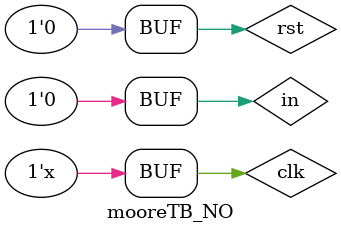
<source format=sv>
`timescale 1ns / 1ps


module mooreTB_NO(

    );
     logic in,clk,rst;
    logic out;
    moore_10110_N_Oping AA(clk,rst,in,out);
     initial
     begin
     clk=0;
     rst=1;
     in=0;
     #60
     rst=0;
    #40 in=1;
    #40 in=0;
    #40 in=1;
    #40 in=1;
    #40 in=0;
     end
    always #20 clk=~clk;
endmodule


</source>
